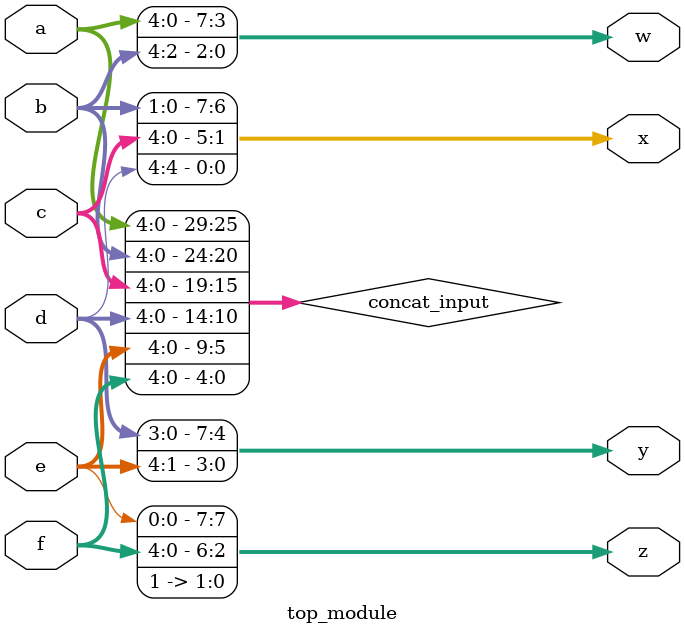
<source format=sv>
module top_module (
    input [4:0] a,
    input [4:0] b,
    input [4:0] c,
    input [4:0] d,
    input [4:0] e,
    input [4:0] f,
    output [7:0] w,
    output [7:0] x,
    output [7:0] y,
    output [7:0] z
);

wire [29:0] concat_input;

assign concat_input = {a, b, c, d, e, f};
assign w = concat_input[29:22];
assign x = concat_input[21:14];
assign y = concat_input[13:6];
assign z = {concat_input[5:0], 2'b11};

endmodule

</source>
